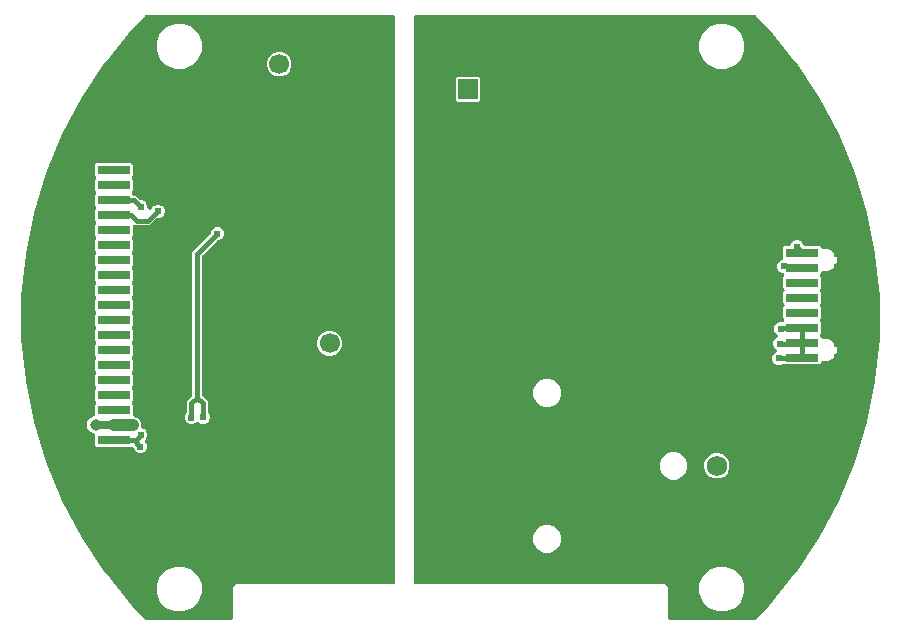
<source format=gbr>
G04 EAGLE Gerber RS-274X export*
G75*
%MOMM*%
%FSLAX34Y34*%
%LPD*%
%INBottom Copper*%
%IPPOS*%
%AMOC8*
5,1,8,0,0,1.08239X$1,22.5*%
G01*
%ADD10C,1.730000*%
%ADD11R,2.790000X0.740000*%
%ADD12R,1.700000X1.700000*%
%ADD13C,1.700000*%
%ADD14C,0.610000*%
%ADD15C,0.406400*%
%ADD16C,0.400000*%
%ADD17C,0.975000*%
%ADD18C,1.000000*%

G36*
X777500Y4008D02*
X777500Y4008D01*
X777570Y4006D01*
X777698Y4028D01*
X777828Y4041D01*
X777895Y4061D01*
X777964Y4073D01*
X778085Y4120D01*
X778210Y4159D01*
X778271Y4192D01*
X778336Y4218D01*
X778445Y4288D01*
X778560Y4350D01*
X778614Y4396D01*
X778672Y4433D01*
X778842Y4588D01*
X778865Y4608D01*
X778870Y4614D01*
X778878Y4621D01*
X789447Y15722D01*
X789478Y15761D01*
X789544Y15832D01*
X812062Y43270D01*
X812094Y43317D01*
X812179Y43427D01*
X831899Y72941D01*
X831926Y72991D01*
X832000Y73109D01*
X848732Y104413D01*
X848754Y104465D01*
X848816Y104590D01*
X862399Y137383D01*
X862416Y137438D01*
X862465Y137568D01*
X872769Y171535D01*
X872780Y171590D01*
X872817Y171725D01*
X879742Y206538D01*
X879747Y206595D01*
X879770Y206732D01*
X883249Y242056D01*
X883249Y242113D01*
X883259Y242252D01*
X883259Y277748D01*
X883253Y277804D01*
X883249Y277944D01*
X879770Y313268D01*
X879759Y313323D01*
X879742Y313462D01*
X872817Y348275D01*
X872808Y348302D01*
X872805Y348328D01*
X872791Y348368D01*
X872769Y348465D01*
X862465Y382432D01*
X862444Y382484D01*
X862399Y382617D01*
X848816Y415410D01*
X848789Y415460D01*
X848732Y415587D01*
X832000Y446891D01*
X831968Y446939D01*
X831899Y447059D01*
X812179Y476572D01*
X812143Y476616D01*
X812062Y476730D01*
X789544Y504168D01*
X789508Y504204D01*
X789447Y504278D01*
X778878Y515379D01*
X778825Y515424D01*
X778779Y515476D01*
X778674Y515554D01*
X778576Y515639D01*
X778515Y515673D01*
X778458Y515715D01*
X778341Y515770D01*
X778227Y515834D01*
X778160Y515855D01*
X778097Y515885D01*
X777970Y515916D01*
X777846Y515956D01*
X777777Y515963D01*
X777709Y515980D01*
X777480Y515996D01*
X777449Y515999D01*
X777442Y515998D01*
X777431Y515999D01*
X490857Y515999D01*
X490826Y515996D01*
X490796Y515998D01*
X490628Y515976D01*
X490459Y515959D01*
X490430Y515950D01*
X490400Y515946D01*
X490240Y515891D01*
X490078Y515841D01*
X490051Y515827D01*
X490022Y515817D01*
X489876Y515731D01*
X489727Y515650D01*
X489704Y515630D01*
X489678Y515615D01*
X489551Y515502D01*
X489422Y515392D01*
X489403Y515369D01*
X489380Y515348D01*
X489279Y515212D01*
X489174Y515079D01*
X489160Y515052D01*
X489142Y515028D01*
X489070Y514875D01*
X488993Y514723D01*
X488985Y514694D01*
X488972Y514667D01*
X488931Y514501D01*
X488886Y514338D01*
X488884Y514308D01*
X488877Y514279D01*
X488857Y514000D01*
X488857Y36000D01*
X488860Y35970D01*
X488858Y35940D01*
X488880Y35771D01*
X488897Y35603D01*
X488906Y35574D01*
X488910Y35544D01*
X488965Y35383D01*
X489015Y35221D01*
X489030Y35194D01*
X489040Y35166D01*
X489125Y35020D01*
X489207Y34871D01*
X489226Y34847D01*
X489242Y34821D01*
X489355Y34695D01*
X489464Y34565D01*
X489488Y34546D01*
X489508Y34524D01*
X489644Y34423D01*
X489777Y34317D01*
X489804Y34303D01*
X489829Y34285D01*
X489982Y34213D01*
X490133Y34136D01*
X490163Y34128D01*
X490190Y34115D01*
X490355Y34075D01*
X490518Y34030D01*
X490549Y34027D01*
X490578Y34020D01*
X490857Y34001D01*
X701657Y34001D01*
X704001Y31657D01*
X704001Y6000D01*
X704004Y5970D01*
X704002Y5940D01*
X704024Y5771D01*
X704041Y5603D01*
X704050Y5574D01*
X704054Y5544D01*
X704109Y5383D01*
X704159Y5221D01*
X704173Y5194D01*
X704183Y5166D01*
X704269Y5020D01*
X704350Y4871D01*
X704370Y4847D01*
X704385Y4821D01*
X704498Y4695D01*
X704608Y4565D01*
X704631Y4546D01*
X704652Y4524D01*
X704788Y4423D01*
X704921Y4317D01*
X704948Y4303D01*
X704972Y4285D01*
X705125Y4213D01*
X705277Y4136D01*
X705306Y4128D01*
X705333Y4115D01*
X705499Y4075D01*
X705662Y4030D01*
X705692Y4027D01*
X705721Y4020D01*
X706000Y4001D01*
X777431Y4001D01*
X777500Y4008D01*
G37*
G36*
X334030Y4004D02*
X334030Y4004D01*
X334060Y4002D01*
X334229Y4024D01*
X334397Y4041D01*
X334426Y4050D01*
X334456Y4054D01*
X334617Y4109D01*
X334779Y4159D01*
X334806Y4173D01*
X334834Y4183D01*
X334980Y4269D01*
X335129Y4350D01*
X335153Y4370D01*
X335179Y4385D01*
X335305Y4498D01*
X335435Y4608D01*
X335454Y4631D01*
X335476Y4652D01*
X335577Y4788D01*
X335683Y4921D01*
X335697Y4948D01*
X335715Y4972D01*
X335787Y5125D01*
X335864Y5277D01*
X335872Y5306D01*
X335885Y5333D01*
X335925Y5499D01*
X335970Y5662D01*
X335973Y5692D01*
X335980Y5721D01*
X335999Y6000D01*
X335999Y31657D01*
X338343Y34001D01*
X471319Y34001D01*
X471349Y34004D01*
X471379Y34002D01*
X471547Y34024D01*
X471716Y34041D01*
X471745Y34050D01*
X471775Y34054D01*
X471935Y34109D01*
X472098Y34159D01*
X472124Y34173D01*
X472153Y34183D01*
X472299Y34269D01*
X472448Y34350D01*
X472471Y34370D01*
X472497Y34385D01*
X472624Y34498D01*
X472753Y34608D01*
X472772Y34631D01*
X472795Y34652D01*
X472896Y34788D01*
X473002Y34921D01*
X473015Y34948D01*
X473033Y34972D01*
X473106Y35125D01*
X473183Y35277D01*
X473191Y35306D01*
X473203Y35333D01*
X473244Y35499D01*
X473289Y35662D01*
X473291Y35692D01*
X473298Y35721D01*
X473318Y36000D01*
X473318Y514000D01*
X473315Y514030D01*
X473317Y514060D01*
X473295Y514229D01*
X473278Y514397D01*
X473269Y514426D01*
X473265Y514456D01*
X473210Y514617D01*
X473160Y514779D01*
X473145Y514806D01*
X473136Y514834D01*
X473050Y514980D01*
X472968Y515129D01*
X472949Y515153D01*
X472933Y515179D01*
X472820Y515305D01*
X472711Y515435D01*
X472687Y515454D01*
X472667Y515476D01*
X472531Y515577D01*
X472398Y515683D01*
X472371Y515697D01*
X472347Y515715D01*
X472193Y515787D01*
X472042Y515864D01*
X472013Y515872D01*
X471985Y515885D01*
X471820Y515925D01*
X471657Y515970D01*
X471627Y515973D01*
X471597Y515980D01*
X471319Y515999D01*
X262569Y515999D01*
X262500Y515992D01*
X262430Y515994D01*
X262302Y515972D01*
X262172Y515959D01*
X262105Y515939D01*
X262036Y515927D01*
X261915Y515880D01*
X261790Y515841D01*
X261729Y515808D01*
X261664Y515782D01*
X261554Y515712D01*
X261440Y515650D01*
X261387Y515605D01*
X261328Y515567D01*
X261158Y515412D01*
X261135Y515392D01*
X261130Y515386D01*
X261122Y515379D01*
X250553Y504278D01*
X250522Y504238D01*
X250456Y504168D01*
X227938Y476730D01*
X227906Y476683D01*
X227821Y476572D01*
X208101Y447059D01*
X208074Y447009D01*
X208000Y446891D01*
X191268Y415587D01*
X191246Y415535D01*
X191184Y415410D01*
X177601Y382617D01*
X177595Y382598D01*
X177587Y382582D01*
X177574Y382535D01*
X177535Y382432D01*
X167231Y348465D01*
X167220Y348410D01*
X167183Y348275D01*
X160258Y313462D01*
X160253Y313405D01*
X160230Y313268D01*
X156751Y277944D01*
X156751Y277887D01*
X156741Y277748D01*
X156741Y242252D01*
X156747Y242196D01*
X156751Y242056D01*
X160230Y206732D01*
X160241Y206677D01*
X160258Y206538D01*
X167183Y171725D01*
X167200Y171671D01*
X167231Y171535D01*
X177535Y137568D01*
X177556Y137516D01*
X177601Y137383D01*
X191184Y104590D01*
X191211Y104540D01*
X191268Y104413D01*
X208000Y73109D01*
X208032Y73061D01*
X208101Y72941D01*
X227821Y43428D01*
X227857Y43384D01*
X227938Y43270D01*
X250456Y15832D01*
X250492Y15796D01*
X250553Y15722D01*
X261122Y4621D01*
X261175Y4576D01*
X261221Y4524D01*
X261326Y4446D01*
X261424Y4361D01*
X261485Y4327D01*
X261542Y4285D01*
X261659Y4230D01*
X261773Y4166D01*
X261840Y4145D01*
X261903Y4115D01*
X262030Y4084D01*
X262154Y4044D01*
X262223Y4037D01*
X262291Y4020D01*
X262520Y4004D01*
X262551Y4001D01*
X262558Y4002D01*
X262569Y4001D01*
X334000Y4001D01*
X334030Y4004D01*
G37*
%LPC*%
G36*
X256219Y145019D02*
X256219Y145019D01*
X254164Y145870D01*
X252591Y147443D01*
X251832Y149275D01*
X251814Y149308D01*
X251802Y149344D01*
X251720Y149484D01*
X251643Y149627D01*
X251619Y149656D01*
X251600Y149689D01*
X251492Y149810D01*
X251388Y149934D01*
X251358Y149958D01*
X251333Y149986D01*
X251203Y150083D01*
X251077Y150185D01*
X251043Y150202D01*
X251013Y150225D01*
X250867Y150294D01*
X250722Y150368D01*
X250686Y150379D01*
X250651Y150395D01*
X250494Y150433D01*
X250338Y150478D01*
X250300Y150481D01*
X250263Y150490D01*
X249985Y150509D01*
X220201Y150509D01*
X219029Y151681D01*
X219029Y159984D01*
X219028Y159997D01*
X219028Y160003D01*
X219026Y160024D01*
X219028Y160059D01*
X219006Y160220D01*
X218989Y160381D01*
X218978Y160417D01*
X218973Y160455D01*
X218919Y160608D01*
X218871Y160763D01*
X218853Y160796D01*
X218841Y160832D01*
X218758Y160971D01*
X218680Y161113D01*
X218655Y161142D01*
X218636Y161175D01*
X218527Y161295D01*
X218422Y161419D01*
X218393Y161442D01*
X218367Y161470D01*
X218236Y161566D01*
X218109Y161667D01*
X218075Y161684D01*
X218045Y161706D01*
X217795Y161831D01*
X215576Y162750D01*
X213490Y164836D01*
X212361Y167562D01*
X212361Y170512D01*
X213490Y173238D01*
X215576Y175324D01*
X217795Y176243D01*
X217828Y176261D01*
X217864Y176273D01*
X218004Y176355D01*
X218147Y176432D01*
X218176Y176456D01*
X218209Y176475D01*
X218329Y176583D01*
X218454Y176687D01*
X218478Y176716D01*
X218506Y176742D01*
X218603Y176871D01*
X218705Y176998D01*
X218722Y177032D01*
X218745Y177062D01*
X218814Y177209D01*
X218888Y177353D01*
X218899Y177389D01*
X218915Y177423D01*
X218953Y177581D01*
X218998Y177737D01*
X219001Y177775D01*
X219010Y177811D01*
X219029Y178090D01*
X219029Y186139D01*
X219437Y186546D01*
X219456Y186570D01*
X219479Y186590D01*
X219582Y186724D01*
X219690Y186856D01*
X219704Y186882D01*
X219722Y186906D01*
X219797Y187059D01*
X219876Y187209D01*
X219884Y187238D01*
X219898Y187265D01*
X219940Y187429D01*
X219988Y187592D01*
X219991Y187622D01*
X219998Y187652D01*
X220008Y187820D01*
X220022Y187990D01*
X220019Y188020D01*
X220020Y188050D01*
X219996Y188218D01*
X219976Y188387D01*
X219967Y188416D01*
X219963Y188446D01*
X219905Y188606D01*
X219852Y188767D01*
X219838Y188793D01*
X219827Y188821D01*
X219739Y188967D01*
X219656Y189114D01*
X219636Y189137D01*
X219620Y189163D01*
X219437Y189374D01*
X219029Y189781D01*
X219029Y198839D01*
X219437Y199246D01*
X219456Y199270D01*
X219479Y199290D01*
X219582Y199424D01*
X219690Y199556D01*
X219704Y199582D01*
X219722Y199606D01*
X219797Y199759D01*
X219876Y199909D01*
X219884Y199938D01*
X219898Y199965D01*
X219940Y200129D01*
X219988Y200292D01*
X219991Y200322D01*
X219998Y200352D01*
X220008Y200520D01*
X220022Y200690D01*
X220019Y200720D01*
X220020Y200750D01*
X219996Y200918D01*
X219976Y201087D01*
X219967Y201116D01*
X219963Y201146D01*
X219905Y201306D01*
X219852Y201467D01*
X219838Y201493D01*
X219827Y201521D01*
X219739Y201667D01*
X219656Y201814D01*
X219636Y201837D01*
X219620Y201863D01*
X219437Y202074D01*
X219029Y202481D01*
X219029Y211539D01*
X219437Y211946D01*
X219456Y211970D01*
X219479Y211990D01*
X219582Y212124D01*
X219690Y212256D01*
X219704Y212282D01*
X219722Y212306D01*
X219797Y212459D01*
X219876Y212609D01*
X219884Y212638D01*
X219898Y212665D01*
X219940Y212829D01*
X219988Y212992D01*
X219991Y213022D01*
X219998Y213052D01*
X220008Y213220D01*
X220022Y213390D01*
X220019Y213420D01*
X220020Y213450D01*
X219996Y213618D01*
X219976Y213787D01*
X219967Y213816D01*
X219963Y213846D01*
X219905Y214006D01*
X219852Y214167D01*
X219838Y214193D01*
X219827Y214221D01*
X219739Y214367D01*
X219656Y214514D01*
X219636Y214537D01*
X219620Y214563D01*
X219437Y214774D01*
X219029Y215181D01*
X219029Y224239D01*
X219437Y224646D01*
X219456Y224670D01*
X219479Y224690D01*
X219582Y224824D01*
X219690Y224956D01*
X219704Y224982D01*
X219722Y225006D01*
X219797Y225159D01*
X219876Y225309D01*
X219884Y225338D01*
X219898Y225365D01*
X219940Y225529D01*
X219988Y225692D01*
X219991Y225722D01*
X219998Y225752D01*
X220008Y225920D01*
X220022Y226090D01*
X220019Y226120D01*
X220020Y226150D01*
X219996Y226318D01*
X219976Y226487D01*
X219967Y226516D01*
X219963Y226546D01*
X219905Y226706D01*
X219852Y226867D01*
X219838Y226893D01*
X219827Y226921D01*
X219739Y227067D01*
X219656Y227214D01*
X219636Y227237D01*
X219620Y227263D01*
X219437Y227474D01*
X219029Y227881D01*
X219029Y236939D01*
X219437Y237346D01*
X219456Y237370D01*
X219479Y237390D01*
X219582Y237524D01*
X219690Y237656D01*
X219704Y237682D01*
X219722Y237706D01*
X219797Y237859D01*
X219876Y238009D01*
X219884Y238038D01*
X219898Y238065D01*
X219940Y238229D01*
X219988Y238392D01*
X219991Y238422D01*
X219998Y238452D01*
X220008Y238620D01*
X220022Y238790D01*
X220019Y238820D01*
X220020Y238850D01*
X219996Y239018D01*
X219976Y239187D01*
X219967Y239216D01*
X219963Y239246D01*
X219905Y239406D01*
X219852Y239567D01*
X219838Y239593D01*
X219827Y239621D01*
X219739Y239767D01*
X219656Y239914D01*
X219636Y239937D01*
X219620Y239963D01*
X219437Y240174D01*
X219029Y240581D01*
X219029Y249639D01*
X219437Y250046D01*
X219456Y250070D01*
X219479Y250090D01*
X219582Y250224D01*
X219690Y250356D01*
X219704Y250382D01*
X219722Y250406D01*
X219797Y250559D01*
X219876Y250709D01*
X219884Y250738D01*
X219898Y250765D01*
X219940Y250929D01*
X219988Y251092D01*
X219991Y251122D01*
X219998Y251152D01*
X220008Y251320D01*
X220022Y251490D01*
X220019Y251520D01*
X220020Y251550D01*
X219996Y251718D01*
X219976Y251887D01*
X219967Y251916D01*
X219963Y251946D01*
X219905Y252106D01*
X219852Y252267D01*
X219838Y252293D01*
X219827Y252321D01*
X219739Y252467D01*
X219656Y252614D01*
X219636Y252637D01*
X219620Y252663D01*
X219437Y252874D01*
X219029Y253281D01*
X219029Y262339D01*
X219437Y262746D01*
X219456Y262770D01*
X219479Y262790D01*
X219582Y262924D01*
X219690Y263056D01*
X219704Y263082D01*
X219722Y263106D01*
X219797Y263259D01*
X219876Y263409D01*
X219884Y263438D01*
X219898Y263465D01*
X219940Y263629D01*
X219988Y263792D01*
X219991Y263822D01*
X219998Y263852D01*
X220008Y264020D01*
X220022Y264190D01*
X220019Y264220D01*
X220020Y264250D01*
X219996Y264418D01*
X219976Y264587D01*
X219967Y264616D01*
X219963Y264646D01*
X219905Y264806D01*
X219852Y264967D01*
X219838Y264993D01*
X219827Y265021D01*
X219739Y265167D01*
X219656Y265314D01*
X219636Y265337D01*
X219620Y265363D01*
X219437Y265574D01*
X219029Y265981D01*
X219029Y275039D01*
X219437Y275446D01*
X219456Y275470D01*
X219479Y275490D01*
X219582Y275624D01*
X219690Y275756D01*
X219704Y275782D01*
X219722Y275806D01*
X219797Y275959D01*
X219876Y276109D01*
X219884Y276138D01*
X219898Y276165D01*
X219940Y276329D01*
X219988Y276492D01*
X219991Y276522D01*
X219998Y276552D01*
X220008Y276720D01*
X220022Y276890D01*
X220019Y276920D01*
X220020Y276950D01*
X219996Y277118D01*
X219976Y277287D01*
X219967Y277316D01*
X219963Y277346D01*
X219905Y277506D01*
X219852Y277667D01*
X219838Y277693D01*
X219827Y277721D01*
X219739Y277867D01*
X219656Y278014D01*
X219636Y278037D01*
X219620Y278063D01*
X219437Y278274D01*
X219029Y278681D01*
X219029Y287739D01*
X219437Y288146D01*
X219456Y288170D01*
X219479Y288190D01*
X219582Y288324D01*
X219690Y288456D01*
X219704Y288482D01*
X219722Y288506D01*
X219797Y288659D01*
X219876Y288809D01*
X219884Y288838D01*
X219898Y288865D01*
X219940Y289029D01*
X219988Y289192D01*
X219991Y289222D01*
X219998Y289252D01*
X220008Y289420D01*
X220022Y289590D01*
X220019Y289620D01*
X220020Y289650D01*
X219996Y289818D01*
X219976Y289987D01*
X219967Y290016D01*
X219963Y290046D01*
X219905Y290206D01*
X219852Y290367D01*
X219838Y290393D01*
X219827Y290421D01*
X219739Y290567D01*
X219656Y290714D01*
X219636Y290737D01*
X219620Y290763D01*
X219437Y290974D01*
X219029Y291381D01*
X219029Y300439D01*
X219437Y300846D01*
X219456Y300870D01*
X219479Y300890D01*
X219582Y301024D01*
X219690Y301156D01*
X219704Y301182D01*
X219722Y301206D01*
X219797Y301359D01*
X219876Y301509D01*
X219884Y301538D01*
X219898Y301565D01*
X219940Y301729D01*
X219988Y301892D01*
X219991Y301922D01*
X219998Y301952D01*
X220008Y302120D01*
X220022Y302290D01*
X220019Y302320D01*
X220020Y302350D01*
X219996Y302518D01*
X219976Y302687D01*
X219967Y302716D01*
X219963Y302746D01*
X219905Y302906D01*
X219852Y303067D01*
X219838Y303093D01*
X219827Y303121D01*
X219739Y303267D01*
X219656Y303414D01*
X219636Y303437D01*
X219620Y303463D01*
X219437Y303674D01*
X219029Y304081D01*
X219029Y313139D01*
X219437Y313546D01*
X219456Y313570D01*
X219479Y313590D01*
X219582Y313724D01*
X219690Y313856D01*
X219704Y313882D01*
X219722Y313906D01*
X219797Y314059D01*
X219876Y314209D01*
X219884Y314238D01*
X219898Y314265D01*
X219940Y314429D01*
X219988Y314592D01*
X219991Y314622D01*
X219998Y314652D01*
X220008Y314820D01*
X220022Y314990D01*
X220019Y315020D01*
X220020Y315050D01*
X219996Y315218D01*
X219976Y315387D01*
X219967Y315416D01*
X219963Y315446D01*
X219905Y315606D01*
X219852Y315767D01*
X219838Y315793D01*
X219827Y315821D01*
X219739Y315967D01*
X219656Y316114D01*
X219636Y316137D01*
X219620Y316163D01*
X219437Y316374D01*
X219029Y316781D01*
X219029Y325839D01*
X219437Y326246D01*
X219456Y326270D01*
X219479Y326290D01*
X219582Y326424D01*
X219690Y326556D01*
X219704Y326582D01*
X219722Y326606D01*
X219797Y326759D01*
X219876Y326909D01*
X219884Y326938D01*
X219898Y326965D01*
X219940Y327129D01*
X219988Y327292D01*
X219991Y327322D01*
X219998Y327352D01*
X220008Y327520D01*
X220022Y327690D01*
X220019Y327720D01*
X220020Y327750D01*
X219996Y327918D01*
X219976Y328087D01*
X219967Y328116D01*
X219963Y328146D01*
X219905Y328306D01*
X219852Y328467D01*
X219838Y328493D01*
X219827Y328521D01*
X219739Y328667D01*
X219656Y328814D01*
X219636Y328837D01*
X219620Y328863D01*
X219437Y329074D01*
X219029Y329481D01*
X219029Y338539D01*
X219437Y338946D01*
X219456Y338970D01*
X219479Y338990D01*
X219582Y339124D01*
X219690Y339256D01*
X219704Y339282D01*
X219722Y339306D01*
X219797Y339459D01*
X219876Y339609D01*
X219884Y339638D01*
X219898Y339665D01*
X219940Y339829D01*
X219988Y339992D01*
X219991Y340022D01*
X219998Y340052D01*
X220008Y340220D01*
X220022Y340390D01*
X220019Y340420D01*
X220020Y340450D01*
X219996Y340618D01*
X219976Y340787D01*
X219967Y340816D01*
X219963Y340846D01*
X219905Y341006D01*
X219852Y341167D01*
X219838Y341193D01*
X219827Y341221D01*
X219739Y341367D01*
X219656Y341514D01*
X219636Y341537D01*
X219620Y341563D01*
X219437Y341774D01*
X219029Y342181D01*
X219029Y351239D01*
X219437Y351646D01*
X219456Y351670D01*
X219479Y351690D01*
X219582Y351824D01*
X219690Y351956D01*
X219704Y351982D01*
X219722Y352006D01*
X219797Y352159D01*
X219876Y352309D01*
X219884Y352338D01*
X219898Y352365D01*
X219940Y352529D01*
X219988Y352692D01*
X219991Y352722D01*
X219998Y352752D01*
X220008Y352920D01*
X220022Y353090D01*
X220019Y353120D01*
X220020Y353150D01*
X219996Y353318D01*
X219976Y353487D01*
X219967Y353516D01*
X219963Y353546D01*
X219905Y353706D01*
X219852Y353867D01*
X219838Y353893D01*
X219827Y353921D01*
X219739Y354067D01*
X219656Y354214D01*
X219636Y354237D01*
X219620Y354263D01*
X219437Y354474D01*
X219029Y354881D01*
X219029Y363939D01*
X219437Y364346D01*
X219456Y364370D01*
X219479Y364390D01*
X219582Y364524D01*
X219690Y364656D01*
X219704Y364682D01*
X219722Y364706D01*
X219797Y364859D01*
X219876Y365009D01*
X219884Y365038D01*
X219898Y365065D01*
X219940Y365229D01*
X219988Y365392D01*
X219991Y365422D01*
X219998Y365452D01*
X220008Y365620D01*
X220022Y365790D01*
X220019Y365820D01*
X220020Y365850D01*
X219996Y366018D01*
X219976Y366187D01*
X219967Y366216D01*
X219963Y366246D01*
X219905Y366406D01*
X219852Y366567D01*
X219838Y366593D01*
X219827Y366621D01*
X219739Y366767D01*
X219656Y366914D01*
X219636Y366937D01*
X219620Y366963D01*
X219437Y367174D01*
X219029Y367581D01*
X219029Y376639D01*
X219437Y377046D01*
X219456Y377070D01*
X219479Y377090D01*
X219582Y377224D01*
X219690Y377356D01*
X219704Y377382D01*
X219722Y377406D01*
X219797Y377559D01*
X219876Y377709D01*
X219884Y377738D01*
X219898Y377765D01*
X219940Y377929D01*
X219988Y378092D01*
X219991Y378122D01*
X219998Y378152D01*
X220008Y378320D01*
X220022Y378490D01*
X220019Y378520D01*
X220020Y378550D01*
X219996Y378718D01*
X219976Y378887D01*
X219967Y378916D01*
X219963Y378946D01*
X219905Y379106D01*
X219852Y379267D01*
X219838Y379293D01*
X219827Y379321D01*
X219739Y379467D01*
X219656Y379614D01*
X219636Y379637D01*
X219620Y379663D01*
X219437Y379874D01*
X219029Y380281D01*
X219029Y389339D01*
X220201Y390511D01*
X249759Y390511D01*
X250931Y389339D01*
X250931Y380281D01*
X250523Y379874D01*
X250504Y379850D01*
X250481Y379830D01*
X250378Y379696D01*
X250270Y379564D01*
X250256Y379538D01*
X250238Y379514D01*
X250163Y379361D01*
X250084Y379211D01*
X250076Y379182D01*
X250062Y379155D01*
X250019Y378990D01*
X249972Y378828D01*
X249969Y378798D01*
X249961Y378768D01*
X249952Y378599D01*
X249938Y378430D01*
X249941Y378400D01*
X249940Y378370D01*
X249964Y378202D01*
X249984Y378033D01*
X249993Y378004D01*
X249997Y377974D01*
X250055Y377815D01*
X250108Y377653D01*
X250122Y377627D01*
X250133Y377598D01*
X250221Y377453D01*
X250304Y377306D01*
X250324Y377283D01*
X250340Y377257D01*
X250523Y377046D01*
X250931Y376639D01*
X250931Y367581D01*
X250523Y367174D01*
X250504Y367150D01*
X250481Y367130D01*
X250378Y366996D01*
X250270Y366864D01*
X250256Y366838D01*
X250238Y366814D01*
X250163Y366661D01*
X250084Y366511D01*
X250076Y366482D01*
X250062Y366455D01*
X250019Y366290D01*
X249972Y366128D01*
X249969Y366098D01*
X249961Y366068D01*
X249952Y365899D01*
X249938Y365730D01*
X249941Y365700D01*
X249940Y365670D01*
X249964Y365502D01*
X249984Y365333D01*
X249993Y365304D01*
X249997Y365274D01*
X250055Y365115D01*
X250108Y364953D01*
X250122Y364927D01*
X250133Y364898D01*
X250221Y364753D01*
X250304Y364606D01*
X250324Y364583D01*
X250340Y364557D01*
X250523Y364346D01*
X251272Y363597D01*
X251280Y363583D01*
X251300Y363559D01*
X251315Y363533D01*
X251428Y363407D01*
X251538Y363277D01*
X251561Y363258D01*
X251582Y363236D01*
X251718Y363134D01*
X251851Y363029D01*
X251878Y363015D01*
X251902Y362997D01*
X252055Y362925D01*
X252207Y362848D01*
X252236Y362840D01*
X252263Y362827D01*
X252429Y362787D01*
X252592Y362742D01*
X252622Y362739D01*
X252651Y362732D01*
X252930Y362713D01*
X253379Y362713D01*
X256342Y359750D01*
X256377Y359721D01*
X256407Y359687D01*
X256531Y359595D01*
X256651Y359497D01*
X256691Y359476D01*
X256727Y359449D01*
X256867Y359383D01*
X257004Y359311D01*
X257048Y359298D01*
X257089Y359279D01*
X257239Y359242D01*
X257387Y359198D01*
X257433Y359194D01*
X257477Y359184D01*
X257755Y359164D01*
X258959Y359164D01*
X261014Y358313D01*
X262587Y356740D01*
X263438Y354685D01*
X263438Y353274D01*
X263439Y353267D01*
X263438Y353259D01*
X263459Y353068D01*
X263478Y352877D01*
X263480Y352869D01*
X263481Y352862D01*
X263539Y352680D01*
X263596Y352495D01*
X263600Y352488D01*
X263602Y352481D01*
X263694Y352315D01*
X263787Y352145D01*
X263792Y352139D01*
X263796Y352132D01*
X263922Y351985D01*
X264045Y351839D01*
X264051Y351835D01*
X264056Y351829D01*
X264208Y351710D01*
X264358Y351591D01*
X264365Y351588D01*
X264371Y351583D01*
X264542Y351498D01*
X264714Y351410D01*
X264721Y351408D01*
X264728Y351405D01*
X264913Y351355D01*
X265099Y351304D01*
X265107Y351303D01*
X265114Y351301D01*
X265304Y351289D01*
X265497Y351276D01*
X265505Y351277D01*
X265513Y351276D01*
X265702Y351303D01*
X265893Y351328D01*
X265901Y351330D01*
X265908Y351331D01*
X266089Y351395D01*
X266271Y351457D01*
X266278Y351461D01*
X266285Y351464D01*
X266449Y351562D01*
X266616Y351659D01*
X266621Y351664D01*
X266628Y351668D01*
X266770Y351797D01*
X266913Y351926D01*
X266918Y351932D01*
X266923Y351937D01*
X267036Y352091D01*
X267152Y352246D01*
X267155Y352253D01*
X267160Y352259D01*
X267284Y352509D01*
X267595Y353259D01*
X269167Y354831D01*
X271222Y355682D01*
X273446Y355682D01*
X275501Y354831D01*
X277074Y353258D01*
X277925Y351204D01*
X277925Y348980D01*
X277074Y346925D01*
X275501Y345352D01*
X273446Y344501D01*
X272242Y344501D01*
X272197Y344496D01*
X272152Y344499D01*
X271999Y344476D01*
X271845Y344461D01*
X271802Y344448D01*
X271757Y344441D01*
X271611Y344389D01*
X271463Y344343D01*
X271423Y344321D01*
X271381Y344306D01*
X271249Y344226D01*
X271113Y344151D01*
X271078Y344122D01*
X271039Y344098D01*
X270829Y343915D01*
X265503Y338590D01*
X252930Y338590D01*
X252900Y338587D01*
X252870Y338589D01*
X252701Y338567D01*
X252533Y338550D01*
X252504Y338541D01*
X252474Y338537D01*
X252313Y338482D01*
X252151Y338432D01*
X252124Y338417D01*
X252096Y338407D01*
X251950Y338322D01*
X251801Y338240D01*
X251777Y338221D01*
X251751Y338205D01*
X251625Y338092D01*
X251495Y337983D01*
X251476Y337959D01*
X251454Y337939D01*
X251353Y337803D01*
X251247Y337670D01*
X251233Y337643D01*
X251215Y337618D01*
X251143Y337465D01*
X251066Y337314D01*
X251058Y337284D01*
X251045Y337257D01*
X251005Y337092D01*
X250960Y336929D01*
X250957Y336898D01*
X250950Y336869D01*
X250931Y336590D01*
X250931Y329481D01*
X250523Y329074D01*
X250504Y329050D01*
X250481Y329030D01*
X250378Y328896D01*
X250270Y328764D01*
X250256Y328738D01*
X250238Y328714D01*
X250163Y328561D01*
X250084Y328411D01*
X250076Y328382D01*
X250062Y328355D01*
X250019Y328190D01*
X249972Y328028D01*
X249969Y327998D01*
X249961Y327968D01*
X249952Y327799D01*
X249938Y327630D01*
X249941Y327600D01*
X249940Y327570D01*
X249964Y327402D01*
X249984Y327233D01*
X249993Y327204D01*
X249997Y327174D01*
X250055Y327015D01*
X250108Y326853D01*
X250122Y326827D01*
X250133Y326798D01*
X250221Y326653D01*
X250304Y326506D01*
X250324Y326483D01*
X250340Y326457D01*
X250523Y326246D01*
X250931Y325839D01*
X250931Y316781D01*
X250523Y316374D01*
X250504Y316350D01*
X250481Y316330D01*
X250378Y316196D01*
X250270Y316064D01*
X250256Y316038D01*
X250238Y316014D01*
X250163Y315861D01*
X250084Y315711D01*
X250076Y315682D01*
X250062Y315655D01*
X250019Y315490D01*
X249972Y315328D01*
X249969Y315298D01*
X249961Y315268D01*
X249952Y315099D01*
X249938Y314930D01*
X249941Y314900D01*
X249940Y314870D01*
X249964Y314702D01*
X249984Y314533D01*
X249993Y314504D01*
X249997Y314474D01*
X250055Y314315D01*
X250108Y314153D01*
X250122Y314127D01*
X250133Y314098D01*
X250221Y313953D01*
X250304Y313806D01*
X250324Y313783D01*
X250340Y313757D01*
X250523Y313546D01*
X250931Y313139D01*
X250931Y304081D01*
X250523Y303674D01*
X250504Y303650D01*
X250481Y303630D01*
X250378Y303496D01*
X250270Y303364D01*
X250256Y303338D01*
X250238Y303314D01*
X250163Y303161D01*
X250084Y303011D01*
X250076Y302982D01*
X250062Y302955D01*
X250019Y302790D01*
X249972Y302628D01*
X249969Y302598D01*
X249961Y302568D01*
X249952Y302399D01*
X249938Y302230D01*
X249941Y302200D01*
X249940Y302170D01*
X249964Y302002D01*
X249984Y301833D01*
X249993Y301804D01*
X249997Y301774D01*
X250055Y301615D01*
X250108Y301453D01*
X250122Y301427D01*
X250133Y301398D01*
X250221Y301253D01*
X250304Y301106D01*
X250324Y301083D01*
X250340Y301057D01*
X250523Y300846D01*
X250931Y300439D01*
X250931Y291381D01*
X250523Y290974D01*
X250504Y290950D01*
X250481Y290930D01*
X250378Y290796D01*
X250270Y290664D01*
X250256Y290638D01*
X250238Y290614D01*
X250163Y290461D01*
X250084Y290311D01*
X250076Y290282D01*
X250062Y290255D01*
X250019Y290090D01*
X249972Y289928D01*
X249969Y289898D01*
X249961Y289868D01*
X249952Y289699D01*
X249938Y289530D01*
X249941Y289500D01*
X249940Y289470D01*
X249964Y289302D01*
X249984Y289133D01*
X249993Y289104D01*
X249997Y289074D01*
X250055Y288915D01*
X250108Y288753D01*
X250122Y288727D01*
X250133Y288698D01*
X250221Y288553D01*
X250304Y288406D01*
X250324Y288383D01*
X250340Y288357D01*
X250523Y288146D01*
X250931Y287739D01*
X250931Y278681D01*
X250523Y278274D01*
X250504Y278250D01*
X250481Y278230D01*
X250378Y278096D01*
X250270Y277964D01*
X250256Y277938D01*
X250238Y277914D01*
X250163Y277761D01*
X250084Y277611D01*
X250076Y277582D01*
X250062Y277555D01*
X250019Y277390D01*
X249972Y277228D01*
X249969Y277198D01*
X249961Y277168D01*
X249952Y276999D01*
X249938Y276830D01*
X249941Y276800D01*
X249940Y276770D01*
X249964Y276602D01*
X249984Y276433D01*
X249993Y276404D01*
X249997Y276374D01*
X250055Y276215D01*
X250108Y276053D01*
X250122Y276027D01*
X250133Y275998D01*
X250221Y275853D01*
X250304Y275706D01*
X250324Y275683D01*
X250340Y275657D01*
X250523Y275446D01*
X250931Y275039D01*
X250931Y265981D01*
X250523Y265574D01*
X250504Y265550D01*
X250481Y265530D01*
X250378Y265396D01*
X250270Y265264D01*
X250256Y265238D01*
X250238Y265214D01*
X250163Y265061D01*
X250084Y264911D01*
X250076Y264882D01*
X250062Y264855D01*
X250019Y264690D01*
X249972Y264528D01*
X249969Y264498D01*
X249961Y264468D01*
X249952Y264299D01*
X249938Y264130D01*
X249941Y264100D01*
X249940Y264070D01*
X249964Y263902D01*
X249984Y263733D01*
X249993Y263704D01*
X249997Y263674D01*
X250055Y263515D01*
X250108Y263353D01*
X250122Y263327D01*
X250133Y263298D01*
X250221Y263153D01*
X250304Y263006D01*
X250324Y262983D01*
X250340Y262957D01*
X250523Y262746D01*
X250931Y262339D01*
X250931Y253281D01*
X250523Y252874D01*
X250504Y252850D01*
X250481Y252830D01*
X250378Y252696D01*
X250270Y252564D01*
X250256Y252538D01*
X250238Y252514D01*
X250163Y252361D01*
X250084Y252211D01*
X250076Y252182D01*
X250062Y252155D01*
X250019Y251990D01*
X249972Y251828D01*
X249969Y251798D01*
X249961Y251768D01*
X249952Y251599D01*
X249938Y251430D01*
X249941Y251400D01*
X249940Y251370D01*
X249964Y251202D01*
X249984Y251033D01*
X249993Y251004D01*
X249997Y250974D01*
X250055Y250815D01*
X250108Y250653D01*
X250122Y250627D01*
X250133Y250598D01*
X250221Y250453D01*
X250304Y250306D01*
X250324Y250283D01*
X250340Y250257D01*
X250523Y250046D01*
X250931Y249639D01*
X250931Y240581D01*
X250523Y240174D01*
X250504Y240150D01*
X250481Y240130D01*
X250378Y239996D01*
X250270Y239864D01*
X250256Y239838D01*
X250238Y239814D01*
X250163Y239661D01*
X250084Y239511D01*
X250076Y239482D01*
X250062Y239455D01*
X250019Y239290D01*
X249972Y239128D01*
X249969Y239098D01*
X249961Y239068D01*
X249952Y238899D01*
X249938Y238730D01*
X249941Y238700D01*
X249940Y238670D01*
X249964Y238502D01*
X249984Y238333D01*
X249993Y238304D01*
X249997Y238274D01*
X250055Y238115D01*
X250108Y237953D01*
X250122Y237927D01*
X250133Y237898D01*
X250221Y237753D01*
X250304Y237606D01*
X250324Y237583D01*
X250340Y237557D01*
X250523Y237346D01*
X250931Y236939D01*
X250931Y227881D01*
X250523Y227474D01*
X250504Y227450D01*
X250481Y227430D01*
X250377Y227295D01*
X250270Y227164D01*
X250256Y227138D01*
X250238Y227114D01*
X250163Y226961D01*
X250084Y226811D01*
X250076Y226782D01*
X250062Y226755D01*
X250019Y226590D01*
X249972Y226428D01*
X249969Y226398D01*
X249961Y226368D01*
X249952Y226199D01*
X249938Y226030D01*
X249941Y226000D01*
X249940Y225970D01*
X249964Y225802D01*
X249984Y225633D01*
X249993Y225604D01*
X249997Y225574D01*
X250055Y225415D01*
X250108Y225253D01*
X250122Y225227D01*
X250133Y225198D01*
X250221Y225053D01*
X250304Y224906D01*
X250324Y224883D01*
X250340Y224857D01*
X250523Y224646D01*
X250931Y224239D01*
X250931Y215181D01*
X250523Y214774D01*
X250504Y214750D01*
X250481Y214730D01*
X250378Y214596D01*
X250270Y214464D01*
X250256Y214438D01*
X250238Y214414D01*
X250163Y214261D01*
X250084Y214111D01*
X250076Y214082D01*
X250062Y214055D01*
X250019Y213890D01*
X249972Y213728D01*
X249969Y213698D01*
X249961Y213668D01*
X249952Y213499D01*
X249938Y213330D01*
X249941Y213300D01*
X249940Y213270D01*
X249964Y213101D01*
X249984Y212933D01*
X249993Y212904D01*
X249997Y212874D01*
X250055Y212715D01*
X250108Y212553D01*
X250122Y212527D01*
X250133Y212498D01*
X250221Y212353D01*
X250304Y212206D01*
X250324Y212183D01*
X250340Y212157D01*
X250523Y211946D01*
X250931Y211539D01*
X250931Y202481D01*
X250523Y202074D01*
X250504Y202050D01*
X250481Y202030D01*
X250378Y201896D01*
X250270Y201764D01*
X250256Y201738D01*
X250238Y201714D01*
X250163Y201561D01*
X250084Y201411D01*
X250076Y201382D01*
X250062Y201355D01*
X250019Y201190D01*
X249972Y201028D01*
X249969Y200998D01*
X249961Y200968D01*
X249952Y200799D01*
X249938Y200630D01*
X249941Y200600D01*
X249940Y200570D01*
X249964Y200402D01*
X249984Y200233D01*
X249993Y200204D01*
X249997Y200174D01*
X250055Y200015D01*
X250108Y199853D01*
X250122Y199827D01*
X250133Y199798D01*
X250221Y199653D01*
X250304Y199506D01*
X250324Y199483D01*
X250340Y199457D01*
X250523Y199246D01*
X250931Y198839D01*
X250931Y189781D01*
X250523Y189374D01*
X250504Y189350D01*
X250481Y189330D01*
X250378Y189196D01*
X250270Y189064D01*
X250256Y189038D01*
X250238Y189014D01*
X250163Y188861D01*
X250084Y188711D01*
X250076Y188682D01*
X250062Y188655D01*
X250019Y188490D01*
X249972Y188328D01*
X249969Y188298D01*
X249961Y188268D01*
X249952Y188099D01*
X249938Y187930D01*
X249941Y187900D01*
X249940Y187870D01*
X249964Y187702D01*
X249984Y187533D01*
X249993Y187504D01*
X249997Y187474D01*
X250055Y187315D01*
X250108Y187153D01*
X250122Y187127D01*
X250133Y187098D01*
X250221Y186953D01*
X250304Y186806D01*
X250324Y186783D01*
X250340Y186757D01*
X250523Y186546D01*
X250931Y186139D01*
X250931Y178033D01*
X250935Y177996D01*
X250932Y177958D01*
X250954Y177797D01*
X250971Y177636D01*
X250982Y177600D01*
X250987Y177562D01*
X251041Y177409D01*
X251089Y177254D01*
X251107Y177221D01*
X251119Y177185D01*
X251202Y177046D01*
X251280Y176904D01*
X251305Y176875D01*
X251324Y176842D01*
X251433Y176723D01*
X251538Y176598D01*
X251567Y176575D01*
X251593Y176547D01*
X251724Y176451D01*
X251851Y176350D01*
X251884Y176333D01*
X251915Y176311D01*
X252165Y176186D01*
X254768Y175108D01*
X256737Y173139D01*
X257803Y170566D01*
X257803Y167833D01*
X257807Y167796D01*
X257804Y167758D01*
X257827Y167597D01*
X257843Y167436D01*
X257854Y167400D01*
X257859Y167362D01*
X257913Y167209D01*
X257961Y167054D01*
X257979Y167021D01*
X257991Y166985D01*
X258074Y166846D01*
X258152Y166704D01*
X258177Y166675D01*
X258196Y166642D01*
X258305Y166522D01*
X258410Y166398D01*
X258440Y166375D01*
X258465Y166347D01*
X258596Y166251D01*
X258723Y166150D01*
X258757Y166133D01*
X258787Y166111D01*
X259037Y165986D01*
X260948Y165194D01*
X262521Y163622D01*
X263372Y161567D01*
X263372Y159343D01*
X262521Y157288D01*
X261954Y156720D01*
X261934Y156697D01*
X261912Y156677D01*
X261808Y156542D01*
X261701Y156411D01*
X261687Y156384D01*
X261668Y156360D01*
X261594Y156208D01*
X261515Y156058D01*
X261506Y156029D01*
X261493Y156002D01*
X261450Y155838D01*
X261402Y155675D01*
X261400Y155644D01*
X261392Y155615D01*
X261383Y155446D01*
X261368Y155277D01*
X261372Y155246D01*
X261370Y155216D01*
X261395Y155048D01*
X261414Y154880D01*
X261424Y154851D01*
X261428Y154821D01*
X261486Y154661D01*
X261538Y154500D01*
X261553Y154474D01*
X261563Y154445D01*
X261651Y154300D01*
X261735Y154153D01*
X261755Y154130D01*
X261770Y154104D01*
X261954Y153893D01*
X262070Y153776D01*
X262921Y151722D01*
X262921Y149497D01*
X262070Y147443D01*
X260498Y145870D01*
X258443Y145019D01*
X256219Y145019D01*
G37*
%LPD*%
%LPC*%
G36*
X797017Y219729D02*
X797017Y219729D01*
X794962Y220581D01*
X793390Y222153D01*
X792539Y224208D01*
X792539Y226432D01*
X793390Y228487D01*
X794964Y230061D01*
X794967Y230062D01*
X795121Y230150D01*
X795278Y230233D01*
X795295Y230248D01*
X795315Y230259D01*
X795448Y230375D01*
X795585Y230489D01*
X795599Y230506D01*
X795616Y230521D01*
X795724Y230661D01*
X795835Y230800D01*
X795846Y230820D01*
X795860Y230838D01*
X795937Y230997D01*
X796019Y231154D01*
X796025Y231176D01*
X796035Y231197D01*
X796080Y231367D01*
X796129Y231539D01*
X796130Y231561D01*
X796136Y231583D01*
X796146Y231759D01*
X796159Y231937D01*
X796157Y231959D01*
X796158Y231982D01*
X796132Y232156D01*
X796111Y232333D01*
X796103Y232355D01*
X796100Y232377D01*
X796040Y232543D01*
X795984Y232712D01*
X795972Y232732D01*
X795965Y232753D01*
X795873Y232904D01*
X795784Y233058D01*
X795769Y233075D01*
X795758Y233095D01*
X795574Y233305D01*
X794170Y234710D01*
X793318Y236765D01*
X793318Y238989D01*
X794170Y241044D01*
X795744Y242618D01*
X795747Y242619D01*
X795902Y242707D01*
X796058Y242790D01*
X796075Y242805D01*
X796095Y242816D01*
X796228Y242932D01*
X796365Y243046D01*
X796379Y243063D01*
X796396Y243078D01*
X796504Y243218D01*
X796615Y243357D01*
X796626Y243377D01*
X796640Y243395D01*
X796717Y243554D01*
X796799Y243711D01*
X796805Y243733D01*
X796815Y243754D01*
X796860Y243924D01*
X796908Y244095D01*
X796910Y244118D01*
X796916Y244140D01*
X796926Y244316D01*
X796939Y244494D01*
X796937Y244516D01*
X796938Y244539D01*
X796912Y244714D01*
X796890Y244890D01*
X796883Y244912D01*
X796880Y244934D01*
X796820Y245100D01*
X796764Y245269D01*
X796752Y245289D01*
X796745Y245310D01*
X796653Y245461D01*
X796564Y245615D01*
X796549Y245632D01*
X796537Y245651D01*
X796354Y245862D01*
X794950Y247267D01*
X794098Y249322D01*
X794098Y251546D01*
X794949Y253601D01*
X796522Y255173D01*
X798577Y256025D01*
X800679Y256025D01*
X800694Y256026D01*
X800710Y256025D01*
X800894Y256046D01*
X801077Y256064D01*
X801091Y256069D01*
X801106Y256071D01*
X801282Y256128D01*
X801458Y256183D01*
X801472Y256190D01*
X801486Y256195D01*
X801647Y256286D01*
X801809Y256374D01*
X801820Y256384D01*
X801834Y256391D01*
X801973Y256513D01*
X802114Y256632D01*
X802124Y256643D01*
X802135Y256653D01*
X802248Y256800D01*
X802362Y256945D01*
X802369Y256958D01*
X802378Y256970D01*
X802459Y257135D01*
X802543Y257301D01*
X802547Y257315D01*
X802554Y257329D01*
X802601Y257509D01*
X802650Y257686D01*
X802651Y257701D01*
X802655Y257715D01*
X802665Y257900D01*
X802678Y258084D01*
X802676Y258099D01*
X802677Y258114D01*
X802650Y258296D01*
X802626Y258480D01*
X802621Y258495D01*
X802619Y258510D01*
X802556Y258683D01*
X802496Y258858D01*
X802489Y258871D01*
X802483Y258885D01*
X802388Y259043D01*
X802294Y259203D01*
X802284Y259214D01*
X802276Y259227D01*
X802093Y259438D01*
X801899Y259631D01*
X801899Y268689D01*
X802307Y269096D01*
X802326Y269120D01*
X802349Y269140D01*
X802452Y269274D01*
X802560Y269406D01*
X802574Y269432D01*
X802592Y269456D01*
X802667Y269609D01*
X802746Y269759D01*
X802754Y269788D01*
X802768Y269815D01*
X802810Y269979D01*
X802858Y270142D01*
X802861Y270172D01*
X802868Y270202D01*
X802878Y270370D01*
X802892Y270540D01*
X802889Y270570D01*
X802890Y270600D01*
X802866Y270768D01*
X802846Y270937D01*
X802837Y270966D01*
X802833Y270996D01*
X802775Y271156D01*
X802722Y271317D01*
X802708Y271343D01*
X802697Y271371D01*
X802609Y271517D01*
X802526Y271664D01*
X802506Y271687D01*
X802490Y271713D01*
X802307Y271924D01*
X801899Y272331D01*
X801899Y281389D01*
X802307Y281796D01*
X802326Y281820D01*
X802349Y281840D01*
X802452Y281974D01*
X802560Y282106D01*
X802574Y282132D01*
X802592Y282156D01*
X802667Y282309D01*
X802746Y282459D01*
X802754Y282488D01*
X802768Y282515D01*
X802810Y282679D01*
X802858Y282842D01*
X802861Y282872D01*
X802868Y282902D01*
X802878Y283070D01*
X802892Y283240D01*
X802889Y283270D01*
X802890Y283300D01*
X802866Y283468D01*
X802846Y283637D01*
X802837Y283666D01*
X802833Y283696D01*
X802775Y283856D01*
X802722Y284017D01*
X802708Y284043D01*
X802697Y284071D01*
X802609Y284217D01*
X802526Y284364D01*
X802506Y284387D01*
X802490Y284413D01*
X802307Y284624D01*
X801899Y285031D01*
X801899Y294089D01*
X802150Y294339D01*
X802160Y294351D01*
X802171Y294361D01*
X802286Y294506D01*
X802403Y294649D01*
X802410Y294662D01*
X802419Y294674D01*
X802503Y294839D01*
X802589Y295002D01*
X802593Y295017D01*
X802600Y295030D01*
X802649Y295207D01*
X802701Y295385D01*
X802703Y295401D01*
X802707Y295415D01*
X802720Y295598D01*
X802735Y295783D01*
X802734Y295798D01*
X802735Y295813D01*
X802711Y295997D01*
X802689Y296180D01*
X802685Y296194D01*
X802683Y296209D01*
X802623Y296384D01*
X802566Y296560D01*
X802558Y296573D01*
X802553Y296587D01*
X802460Y296746D01*
X802369Y296907D01*
X802359Y296919D01*
X802351Y296932D01*
X802228Y297070D01*
X802107Y297209D01*
X802095Y297218D01*
X802085Y297229D01*
X801936Y297340D01*
X801790Y297452D01*
X801776Y297459D01*
X801764Y297468D01*
X801597Y297546D01*
X801431Y297628D01*
X801417Y297632D01*
X801403Y297638D01*
X801347Y297652D01*
X799049Y298604D01*
X797476Y300176D01*
X796625Y302231D01*
X796625Y304455D01*
X797476Y306510D01*
X799049Y308083D01*
X800665Y308752D01*
X800698Y308770D01*
X800734Y308782D01*
X800874Y308864D01*
X801017Y308941D01*
X801046Y308965D01*
X801079Y308984D01*
X801200Y309093D01*
X801324Y309196D01*
X801348Y309226D01*
X801376Y309251D01*
X801473Y309381D01*
X801575Y309507D01*
X801592Y309541D01*
X801615Y309571D01*
X801684Y309718D01*
X801758Y309862D01*
X801769Y309898D01*
X801785Y309933D01*
X801823Y310090D01*
X801868Y310246D01*
X801871Y310284D01*
X801880Y310321D01*
X801899Y310599D01*
X801899Y319489D01*
X803071Y320661D01*
X806153Y320661D01*
X806191Y320665D01*
X806229Y320662D01*
X806389Y320684D01*
X806551Y320701D01*
X806587Y320712D01*
X806624Y320717D01*
X806777Y320771D01*
X806932Y320819D01*
X806965Y320837D01*
X807001Y320849D01*
X807140Y320932D01*
X807283Y321010D01*
X807312Y321035D01*
X807344Y321054D01*
X807464Y321163D01*
X807588Y321268D01*
X807612Y321297D01*
X807639Y321323D01*
X807735Y321453D01*
X807836Y321581D01*
X807853Y321615D01*
X807876Y321645D01*
X808000Y321895D01*
X808503Y323108D01*
X810075Y324680D01*
X812130Y325531D01*
X814354Y325531D01*
X816409Y324680D01*
X817982Y323108D01*
X818484Y321895D01*
X818502Y321862D01*
X818514Y321826D01*
X818596Y321686D01*
X818673Y321543D01*
X818697Y321514D01*
X818716Y321481D01*
X818824Y321361D01*
X818928Y321236D01*
X818958Y321212D01*
X818983Y321184D01*
X819113Y321087D01*
X819239Y320985D01*
X819273Y320968D01*
X819303Y320945D01*
X819450Y320876D01*
X819594Y320802D01*
X819630Y320791D01*
X819665Y320775D01*
X819822Y320737D01*
X819978Y320692D01*
X820016Y320689D01*
X820053Y320680D01*
X820331Y320661D01*
X832629Y320661D01*
X833815Y319475D01*
X833823Y319409D01*
X833841Y319233D01*
X833847Y319211D01*
X833850Y319189D01*
X833906Y319020D01*
X833959Y318851D01*
X833970Y318831D01*
X833977Y318810D01*
X834065Y318657D01*
X834150Y318501D01*
X834165Y318483D01*
X834176Y318464D01*
X834294Y318331D01*
X834408Y318196D01*
X834426Y318181D01*
X834441Y318164D01*
X834582Y318058D01*
X834721Y317947D01*
X834741Y317937D01*
X834759Y317923D01*
X834919Y317847D01*
X835077Y317766D01*
X835099Y317760D01*
X835119Y317751D01*
X835292Y317707D01*
X835462Y317660D01*
X835485Y317658D01*
X835507Y317653D01*
X835683Y317644D01*
X835860Y317632D01*
X835883Y317635D01*
X835906Y317634D01*
X836081Y317661D01*
X836256Y317684D01*
X836278Y317691D01*
X836300Y317695D01*
X836348Y317711D01*
X840010Y317711D01*
X843355Y316325D01*
X845915Y313765D01*
X847301Y310420D01*
X847301Y306800D01*
X845915Y303455D01*
X843355Y300895D01*
X840010Y299509D01*
X836324Y299509D01*
X836183Y299552D01*
X836160Y299554D01*
X836138Y299560D01*
X835962Y299572D01*
X835785Y299589D01*
X835762Y299586D01*
X835740Y299588D01*
X835564Y299565D01*
X835388Y299546D01*
X835366Y299539D01*
X835344Y299536D01*
X835176Y299479D01*
X835007Y299425D01*
X834987Y299414D01*
X834966Y299407D01*
X834813Y299317D01*
X834658Y299231D01*
X834641Y299216D01*
X834621Y299204D01*
X834490Y299086D01*
X834355Y298971D01*
X834341Y298953D01*
X834324Y298938D01*
X834218Y298796D01*
X834109Y298656D01*
X834099Y298636D01*
X834085Y298618D01*
X834010Y298457D01*
X833931Y298299D01*
X833925Y298277D01*
X833915Y298256D01*
X833873Y298084D01*
X833827Y297913D01*
X833826Y297890D01*
X833820Y297868D01*
X833811Y297742D01*
X833393Y297324D01*
X833374Y297300D01*
X833351Y297280D01*
X833247Y297145D01*
X833140Y297014D01*
X833126Y296988D01*
X833108Y296964D01*
X833033Y296811D01*
X832954Y296661D01*
X832946Y296632D01*
X832932Y296605D01*
X832889Y296440D01*
X832842Y296278D01*
X832839Y296248D01*
X832831Y296218D01*
X832822Y296049D01*
X832808Y295880D01*
X832811Y295850D01*
X832810Y295820D01*
X832834Y295652D01*
X832854Y295483D01*
X832863Y295454D01*
X832867Y295424D01*
X832925Y295265D01*
X832978Y295103D01*
X832992Y295077D01*
X833003Y295048D01*
X833091Y294903D01*
X833174Y294756D01*
X833194Y294733D01*
X833210Y294707D01*
X833393Y294496D01*
X833801Y294089D01*
X833801Y285031D01*
X833393Y284624D01*
X833374Y284600D01*
X833351Y284580D01*
X833248Y284446D01*
X833140Y284314D01*
X833126Y284288D01*
X833108Y284264D01*
X833033Y284111D01*
X832954Y283961D01*
X832946Y283932D01*
X832932Y283905D01*
X832889Y283740D01*
X832842Y283578D01*
X832839Y283548D01*
X832831Y283518D01*
X832822Y283349D01*
X832808Y283180D01*
X832811Y283150D01*
X832810Y283120D01*
X832834Y282952D01*
X832854Y282783D01*
X832863Y282754D01*
X832867Y282724D01*
X832925Y282565D01*
X832978Y282403D01*
X832992Y282377D01*
X833003Y282348D01*
X833091Y282203D01*
X833174Y282056D01*
X833194Y282033D01*
X833210Y282007D01*
X833393Y281796D01*
X833801Y281389D01*
X833801Y272331D01*
X833393Y271924D01*
X833374Y271900D01*
X833351Y271880D01*
X833248Y271746D01*
X833140Y271614D01*
X833126Y271588D01*
X833108Y271564D01*
X833033Y271411D01*
X832954Y271261D01*
X832946Y271232D01*
X832932Y271205D01*
X832889Y271040D01*
X832842Y270878D01*
X832839Y270848D01*
X832831Y270818D01*
X832822Y270649D01*
X832808Y270480D01*
X832811Y270450D01*
X832810Y270420D01*
X832834Y270252D01*
X832854Y270083D01*
X832863Y270054D01*
X832867Y270024D01*
X832925Y269865D01*
X832978Y269703D01*
X832992Y269677D01*
X833003Y269648D01*
X833091Y269503D01*
X833174Y269356D01*
X833194Y269333D01*
X833210Y269307D01*
X833393Y269096D01*
X833801Y268689D01*
X833801Y259631D01*
X833393Y259224D01*
X833374Y259200D01*
X833351Y259180D01*
X833248Y259046D01*
X833140Y258914D01*
X833126Y258888D01*
X833108Y258864D01*
X833033Y258711D01*
X832954Y258561D01*
X832946Y258532D01*
X832932Y258505D01*
X832889Y258340D01*
X832842Y258178D01*
X832839Y258148D01*
X832831Y258118D01*
X832822Y257949D01*
X832808Y257780D01*
X832811Y257750D01*
X832810Y257720D01*
X832834Y257552D01*
X832854Y257383D01*
X832863Y257354D01*
X832867Y257324D01*
X832925Y257165D01*
X832978Y257003D01*
X832992Y256977D01*
X833003Y256948D01*
X833091Y256803D01*
X833174Y256656D01*
X833194Y256633D01*
X833210Y256607D01*
X833393Y256396D01*
X833801Y255989D01*
X833801Y246931D01*
X833393Y246524D01*
X833374Y246500D01*
X833351Y246480D01*
X833248Y246346D01*
X833140Y246214D01*
X833126Y246188D01*
X833108Y246164D01*
X833033Y246011D01*
X832954Y245861D01*
X832946Y245832D01*
X832932Y245805D01*
X832889Y245640D01*
X832842Y245478D01*
X832839Y245448D01*
X832831Y245418D01*
X832822Y245249D01*
X832808Y245080D01*
X832811Y245050D01*
X832810Y245020D01*
X832834Y244852D01*
X832854Y244683D01*
X832863Y244654D01*
X832867Y244624D01*
X832925Y244465D01*
X832978Y244303D01*
X832992Y244277D01*
X833003Y244248D01*
X833091Y244103D01*
X833174Y243956D01*
X833194Y243933D01*
X833210Y243907D01*
X833393Y243696D01*
X833815Y243275D01*
X833823Y243209D01*
X833841Y243033D01*
X833847Y243011D01*
X833850Y242989D01*
X833906Y242820D01*
X833959Y242651D01*
X833970Y242631D01*
X833977Y242610D01*
X834065Y242457D01*
X834150Y242301D01*
X834165Y242283D01*
X834176Y242264D01*
X834294Y242131D01*
X834408Y241996D01*
X834426Y241981D01*
X834441Y241964D01*
X834582Y241858D01*
X834721Y241747D01*
X834741Y241737D01*
X834759Y241723D01*
X834919Y241647D01*
X835077Y241566D01*
X835099Y241560D01*
X835119Y241551D01*
X835292Y241507D01*
X835462Y241460D01*
X835485Y241458D01*
X835507Y241453D01*
X835683Y241444D01*
X835860Y241432D01*
X835883Y241435D01*
X835906Y241434D01*
X836081Y241461D01*
X836256Y241484D01*
X836278Y241491D01*
X836300Y241495D01*
X836348Y241511D01*
X840010Y241511D01*
X843355Y240125D01*
X845915Y237565D01*
X847301Y234220D01*
X847301Y230600D01*
X845915Y227255D01*
X843355Y224695D01*
X840010Y223309D01*
X836324Y223309D01*
X836183Y223352D01*
X836160Y223354D01*
X836138Y223360D01*
X835962Y223372D01*
X835785Y223389D01*
X835762Y223386D01*
X835740Y223388D01*
X835564Y223365D01*
X835388Y223346D01*
X835366Y223339D01*
X835344Y223336D01*
X835176Y223279D01*
X835007Y223225D01*
X834987Y223214D01*
X834966Y223207D01*
X834813Y223117D01*
X834658Y223031D01*
X834641Y223016D01*
X834621Y223004D01*
X834490Y222886D01*
X834355Y222771D01*
X834341Y222753D01*
X834324Y222738D01*
X834218Y222596D01*
X834109Y222456D01*
X834099Y222436D01*
X834085Y222418D01*
X834010Y222257D01*
X833931Y222099D01*
X833925Y222077D01*
X833915Y222056D01*
X833873Y221884D01*
X833827Y221713D01*
X833826Y221690D01*
X833820Y221668D01*
X833811Y221542D01*
X832629Y220359D01*
X803001Y220359D01*
X802997Y220362D01*
X802967Y220384D01*
X802820Y220455D01*
X802677Y220530D01*
X802641Y220541D01*
X802606Y220557D01*
X802449Y220597D01*
X802294Y220643D01*
X802256Y220646D01*
X802219Y220655D01*
X802057Y220663D01*
X801896Y220676D01*
X801858Y220672D01*
X801820Y220674D01*
X801660Y220649D01*
X801499Y220631D01*
X801463Y220619D01*
X801425Y220613D01*
X801161Y220524D01*
X799241Y219729D01*
X797017Y219729D01*
G37*
%LPD*%
%LPC*%
G36*
X299443Y169752D02*
X299443Y169752D01*
X297388Y170603D01*
X295816Y172176D01*
X294964Y174230D01*
X294964Y176454D01*
X295816Y178509D01*
X295969Y178663D01*
X295998Y178698D01*
X296031Y178728D01*
X296124Y178852D01*
X296222Y178972D01*
X296243Y179012D01*
X296270Y179048D01*
X296336Y179188D01*
X296408Y179325D01*
X296421Y179369D01*
X296440Y179410D01*
X296477Y179560D01*
X296520Y179708D01*
X296524Y179754D01*
X296535Y179798D01*
X296554Y180076D01*
X296554Y188948D01*
X300948Y193342D01*
X300977Y193377D01*
X301011Y193407D01*
X301103Y193531D01*
X301201Y193651D01*
X301222Y193691D01*
X301250Y193728D01*
X301315Y193868D01*
X301388Y194005D01*
X301400Y194048D01*
X301420Y194089D01*
X301456Y194240D01*
X301500Y194388D01*
X301504Y194433D01*
X301515Y194477D01*
X301534Y194756D01*
X301534Y315571D01*
X304463Y318500D01*
X316540Y330577D01*
X316569Y330612D01*
X316603Y330642D01*
X316695Y330766D01*
X316793Y330886D01*
X316814Y330926D01*
X316841Y330963D01*
X316907Y331103D01*
X316979Y331240D01*
X316992Y331283D01*
X317011Y331324D01*
X317048Y331475D01*
X317091Y331623D01*
X317095Y331668D01*
X317106Y331712D01*
X317126Y331991D01*
X317126Y332207D01*
X317977Y334262D01*
X319549Y335835D01*
X321604Y336686D01*
X323828Y336686D01*
X325883Y335835D01*
X327456Y334262D01*
X328307Y332207D01*
X328307Y329983D01*
X327456Y327929D01*
X325883Y326356D01*
X323828Y325505D01*
X323612Y325505D01*
X323566Y325500D01*
X323521Y325503D01*
X323368Y325480D01*
X323214Y325465D01*
X323171Y325451D01*
X323126Y325445D01*
X322980Y325392D01*
X322833Y325347D01*
X322793Y325325D01*
X322750Y325310D01*
X322618Y325229D01*
X322482Y325155D01*
X322447Y325126D01*
X322409Y325102D01*
X322198Y324919D01*
X310121Y312842D01*
X310092Y312807D01*
X310059Y312777D01*
X309966Y312653D01*
X309868Y312533D01*
X309847Y312493D01*
X309820Y312456D01*
X309754Y312317D01*
X309682Y312180D01*
X309669Y312136D01*
X309650Y312095D01*
X309613Y311945D01*
X309570Y311796D01*
X309566Y311751D01*
X309555Y311707D01*
X309535Y311429D01*
X309535Y194682D01*
X309540Y194637D01*
X309538Y194592D01*
X309560Y194439D01*
X309575Y194285D01*
X309589Y194242D01*
X309595Y194197D01*
X309648Y194051D01*
X309693Y193903D01*
X309715Y193864D01*
X309731Y193821D01*
X309811Y193689D01*
X309885Y193553D01*
X309914Y193518D01*
X309938Y193480D01*
X310121Y193269D01*
X314405Y188985D01*
X314405Y180401D01*
X314409Y180356D01*
X314407Y180311D01*
X314429Y180158D01*
X314445Y180004D01*
X314458Y179960D01*
X314465Y179915D01*
X314517Y179770D01*
X314563Y179622D01*
X314585Y179582D01*
X314600Y179540D01*
X314680Y179407D01*
X314754Y179272D01*
X314784Y179237D01*
X314807Y179198D01*
X314990Y178987D01*
X315144Y178834D01*
X315995Y176779D01*
X315995Y174555D01*
X315144Y172500D01*
X313571Y170928D01*
X311516Y170076D01*
X309292Y170076D01*
X307237Y170928D01*
X307056Y171109D01*
X307032Y171128D01*
X307012Y171151D01*
X306878Y171254D01*
X306746Y171362D01*
X306720Y171376D01*
X306696Y171394D01*
X306543Y171469D01*
X306393Y171548D01*
X306364Y171557D01*
X306337Y171570D01*
X306172Y171613D01*
X306010Y171661D01*
X305980Y171663D01*
X305950Y171671D01*
X305781Y171680D01*
X305612Y171694D01*
X305582Y171691D01*
X305551Y171693D01*
X305384Y171668D01*
X305215Y171649D01*
X305186Y171639D01*
X305156Y171635D01*
X304997Y171577D01*
X304835Y171525D01*
X304809Y171510D01*
X304780Y171499D01*
X304635Y171411D01*
X304488Y171328D01*
X304465Y171308D01*
X304439Y171292D01*
X304228Y171109D01*
X303722Y170603D01*
X301667Y169752D01*
X299443Y169752D01*
G37*
%LPD*%
%LPC*%
G36*
X286411Y470809D02*
X286411Y470809D01*
X279427Y473702D01*
X274082Y479047D01*
X271189Y486031D01*
X271189Y493589D01*
X274082Y500573D01*
X279427Y505918D01*
X286411Y508811D01*
X293969Y508811D01*
X300953Y505918D01*
X306298Y500573D01*
X309191Y493589D01*
X309191Y486031D01*
X306298Y479047D01*
X300953Y473702D01*
X293969Y470809D01*
X286411Y470809D01*
G37*
%LPD*%
%LPC*%
G36*
X746031Y470809D02*
X746031Y470809D01*
X739047Y473702D01*
X733702Y479047D01*
X730809Y486031D01*
X730809Y493589D01*
X733702Y500573D01*
X739047Y505918D01*
X746031Y508811D01*
X753589Y508811D01*
X760573Y505918D01*
X765918Y500573D01*
X768811Y493589D01*
X768811Y486031D01*
X765918Y479047D01*
X760573Y473702D01*
X753589Y470809D01*
X746031Y470809D01*
G37*
%LPD*%
%LPC*%
G36*
X286411Y11189D02*
X286411Y11189D01*
X279427Y14082D01*
X274082Y19427D01*
X271189Y26411D01*
X271189Y33969D01*
X274082Y40953D01*
X279427Y46298D01*
X286411Y49191D01*
X293969Y49191D01*
X300953Y46298D01*
X306298Y40953D01*
X309191Y33969D01*
X309191Y26411D01*
X306298Y19427D01*
X300953Y14082D01*
X293969Y11189D01*
X286411Y11189D01*
G37*
%LPD*%
%LPC*%
G36*
X746031Y11189D02*
X746031Y11189D01*
X739047Y14082D01*
X733702Y19427D01*
X730809Y26411D01*
X730809Y33969D01*
X733702Y40953D01*
X739047Y46298D01*
X746031Y49191D01*
X753589Y49191D01*
X760573Y46298D01*
X765918Y40953D01*
X768811Y33969D01*
X768811Y26411D01*
X765918Y19427D01*
X760573Y14082D01*
X753589Y11189D01*
X746031Y11189D01*
G37*
%LPD*%
%LPC*%
G36*
X525525Y442596D02*
X525525Y442596D01*
X524353Y443768D01*
X524353Y462426D01*
X525525Y463598D01*
X544183Y463598D01*
X545355Y462426D01*
X545355Y443768D01*
X544183Y442596D01*
X525525Y442596D01*
G37*
%LPD*%
%LPC*%
G36*
X599535Y184576D02*
X599535Y184576D01*
X595271Y186342D01*
X592008Y189606D01*
X590242Y193869D01*
X590242Y198484D01*
X592008Y202748D01*
X595271Y206012D01*
X599535Y207778D01*
X604150Y207778D01*
X608414Y206012D01*
X611677Y202748D01*
X613443Y198484D01*
X613443Y193869D01*
X611677Y189606D01*
X608414Y186342D01*
X604150Y184576D01*
X599535Y184576D01*
G37*
%LPD*%
%LPC*%
G36*
X706560Y122785D02*
X706560Y122785D01*
X702296Y124551D01*
X699033Y127815D01*
X697267Y132079D01*
X697267Y136694D01*
X699033Y140957D01*
X702296Y144221D01*
X706560Y145987D01*
X711175Y145987D01*
X715439Y144221D01*
X718702Y140957D01*
X720468Y136694D01*
X720468Y132079D01*
X718702Y127815D01*
X715439Y124551D01*
X711175Y122785D01*
X706560Y122785D01*
G37*
%LPD*%
%LPC*%
G36*
X599535Y60994D02*
X599535Y60994D01*
X595271Y62760D01*
X592008Y66024D01*
X590242Y70288D01*
X590242Y74903D01*
X592008Y79166D01*
X595271Y82430D01*
X599535Y84196D01*
X604150Y84196D01*
X608414Y82430D01*
X611677Y79166D01*
X613443Y74903D01*
X613443Y70288D01*
X611677Y66024D01*
X608414Y62760D01*
X604150Y60994D01*
X599535Y60994D01*
G37*
%LPD*%
%LPC*%
G36*
X743399Y123735D02*
X743399Y123735D01*
X739484Y125357D01*
X736488Y128353D01*
X734867Y132267D01*
X734867Y136505D01*
X736488Y140419D01*
X739484Y143415D01*
X743399Y145037D01*
X747636Y145037D01*
X751551Y143415D01*
X754547Y140419D01*
X756168Y136505D01*
X756168Y132267D01*
X754547Y128353D01*
X751551Y125357D01*
X747636Y123735D01*
X743399Y123735D01*
G37*
%LPD*%
%LPC*%
G36*
X372731Y464127D02*
X372731Y464127D01*
X368872Y465725D01*
X365918Y468679D01*
X364319Y472539D01*
X364319Y476716D01*
X365918Y480576D01*
X368872Y483529D01*
X372731Y485128D01*
X376909Y485128D01*
X380768Y483529D01*
X383722Y480576D01*
X385321Y476716D01*
X385321Y472539D01*
X383722Y468679D01*
X380768Y465725D01*
X376909Y464127D01*
X372731Y464127D01*
G37*
%LPD*%
%LPC*%
G36*
X415633Y227819D02*
X415633Y227819D01*
X411774Y229417D01*
X408820Y232371D01*
X407221Y236231D01*
X407221Y240408D01*
X408820Y244267D01*
X411774Y247221D01*
X415633Y248820D01*
X419811Y248820D01*
X423670Y247221D01*
X426624Y244267D01*
X428223Y240408D01*
X428223Y236231D01*
X426624Y232371D01*
X423670Y229417D01*
X419811Y227819D01*
X415633Y227819D01*
G37*
%LPD*%
D10*
X745518Y134386D03*
X578918Y134386D03*
D11*
X817850Y226060D03*
X858550Y226060D03*
X817850Y238760D03*
X858550Y238760D03*
X817850Y251460D03*
X858550Y251460D03*
X817850Y264160D03*
X858550Y264160D03*
X817850Y276860D03*
X858550Y276860D03*
X817850Y289560D03*
X858550Y289560D03*
X817850Y302260D03*
X858550Y302260D03*
X817850Y314960D03*
X858550Y314960D03*
X194280Y143510D03*
X234980Y143510D03*
X194280Y156210D03*
X234980Y156210D03*
X194280Y168910D03*
X234980Y168910D03*
X194280Y181610D03*
X234980Y181610D03*
X194280Y194310D03*
X234980Y194310D03*
X194280Y207010D03*
X234980Y207010D03*
X194280Y219710D03*
X234980Y219710D03*
X194280Y232410D03*
X234980Y232410D03*
X194280Y245110D03*
X234980Y245110D03*
X194280Y257810D03*
X234980Y257810D03*
X194280Y270510D03*
X234980Y270510D03*
X194280Y283210D03*
X234980Y283210D03*
X194280Y295910D03*
X234980Y295910D03*
X194280Y308610D03*
X234980Y308610D03*
X194280Y321310D03*
X234980Y321310D03*
X194280Y334010D03*
X234980Y334010D03*
X194280Y346710D03*
X234980Y346710D03*
X194280Y359410D03*
X234980Y359410D03*
X194280Y372110D03*
X234980Y372110D03*
X194280Y384810D03*
X234980Y384810D03*
D12*
X534854Y453097D03*
D13*
X534854Y478497D03*
D12*
X443122Y238319D03*
D13*
X417722Y238319D03*
D12*
X349420Y474627D03*
D13*
X374820Y474627D03*
D14*
X376800Y296153D03*
X291947Y335357D03*
X291618Y353129D03*
X347983Y77352D03*
X456058Y60286D03*
X228810Y96103D03*
X222337Y445469D03*
X277004Y329858D03*
X284678Y228391D03*
X279242Y189249D03*
X256176Y42277D03*
X320947Y18223D03*
X321675Y214301D03*
X459952Y348422D03*
X256540Y484166D03*
X451005Y410539D03*
X460834Y410404D03*
X424284Y280303D03*
X423495Y296264D03*
X340919Y415135D03*
X340572Y406036D03*
X338192Y384611D03*
X338192Y393833D03*
X417011Y369193D03*
X418203Y378661D03*
X320902Y287475D03*
X320902Y272322D03*
X321011Y262581D03*
X321119Y250999D03*
X334296Y169639D03*
X335984Y153719D03*
X398843Y87417D03*
X384817Y86638D03*
X449624Y97939D03*
X462221Y97809D03*
X423122Y40508D03*
X406739Y39456D03*
X382539Y38254D03*
X398321Y38103D03*
X813242Y319941D03*
D15*
X817850Y315208D02*
X817850Y314960D01*
X817850Y315208D02*
X813242Y319815D01*
X813242Y319941D01*
D14*
X802216Y303343D03*
D15*
X816767Y303343D01*
X817850Y302260D01*
D14*
X798909Y237877D03*
D15*
X816967Y237877D01*
X817850Y238760D01*
D14*
X799689Y250434D03*
D15*
X800715Y251460D01*
X817850Y251460D01*
D14*
X798129Y225320D03*
D15*
X817110Y225320D01*
X817850Y226060D01*
X817850Y236994D01*
X816967Y237877D01*
X817850Y238760D02*
X817850Y251460D01*
D14*
X691637Y338419D03*
X697800Y274242D03*
X772963Y275187D03*
X772963Y257779D03*
X598079Y349563D03*
X795455Y475254D03*
X769255Y411109D03*
X826749Y419127D03*
X676100Y403820D03*
X854562Y162909D03*
X856259Y191228D03*
X638984Y289380D03*
X507985Y234711D03*
X520357Y189518D03*
X512351Y145783D03*
X511624Y70705D03*
X516481Y41083D03*
X673189Y64874D03*
X708850Y13121D03*
X796910Y59756D03*
X828932Y110066D03*
X799821Y142103D03*
X771438Y186603D03*
X738688Y219404D03*
X687744Y187332D03*
X652083Y226693D03*
X588040Y234711D03*
X565479Y196079D03*
X686250Y500545D03*
X685709Y489902D03*
X645574Y416219D03*
X646025Y399534D03*
X646206Y390786D03*
X645845Y375183D03*
X592943Y399503D03*
X592192Y386665D03*
X518982Y339819D03*
X504202Y339318D03*
X648299Y356963D03*
X647672Y347845D03*
X749386Y380558D03*
X749321Y370985D03*
X750143Y355988D03*
X750793Y345922D03*
X322716Y331095D03*
D16*
X305535Y313914D01*
X253537Y156210D02*
X234980Y156210D01*
X253537Y156210D02*
X257782Y160455D01*
D14*
X257782Y160455D03*
D16*
X251730Y156210D02*
X234980Y156210D01*
X251730Y156210D02*
X257331Y150610D01*
D14*
X257331Y150610D03*
X300555Y175342D03*
X310404Y175667D03*
D16*
X300555Y175342D02*
X300555Y187291D01*
X305498Y192234D01*
X310404Y187328D02*
X310404Y175667D01*
X310404Y187328D02*
X305498Y192234D01*
X305535Y192270D01*
X305535Y313914D01*
D17*
X219776Y169037D03*
D18*
X234980Y168910D02*
X250539Y168910D01*
X250802Y169173D01*
D14*
X250802Y169173D03*
X257847Y353573D03*
D15*
X252011Y359410D01*
X234980Y359410D01*
X234980Y346710D02*
X249660Y346710D01*
X254478Y341892D01*
X264135Y341892D01*
X272334Y350092D01*
D14*
X272334Y350092D03*
M02*

</source>
